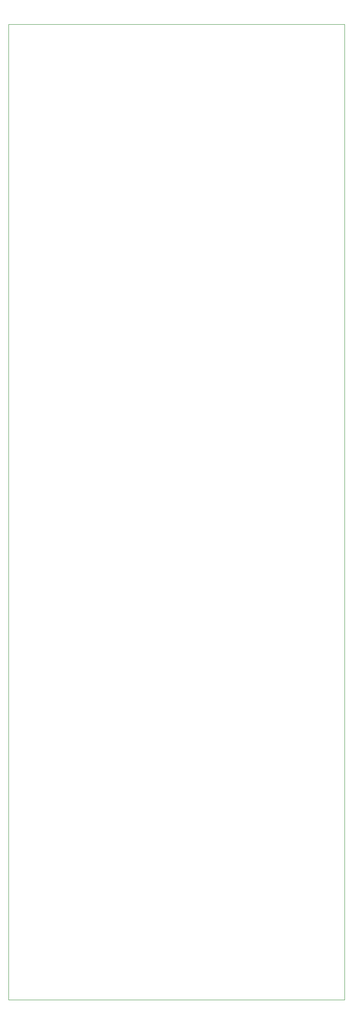
<source format=gbr>
G04 Layer_Color=0*
%FSLAX26Y26*%
%MOIN*%
%TF.FileFunction,Profile,NP*%
%TF.Part,Single*%
G01*
G75*
%TA.AperFunction,Profile*%
%ADD84C,0.001000*%
D84*
X-2638480Y-665D02*
X-481Y-665D01*
X-481Y7637177D01*
X-2638481Y7637176D01*
X-2638480Y-665D01*
%TF.MD5,29fd9971c8891f8f99107bf958b81704*%
M02*

</source>
